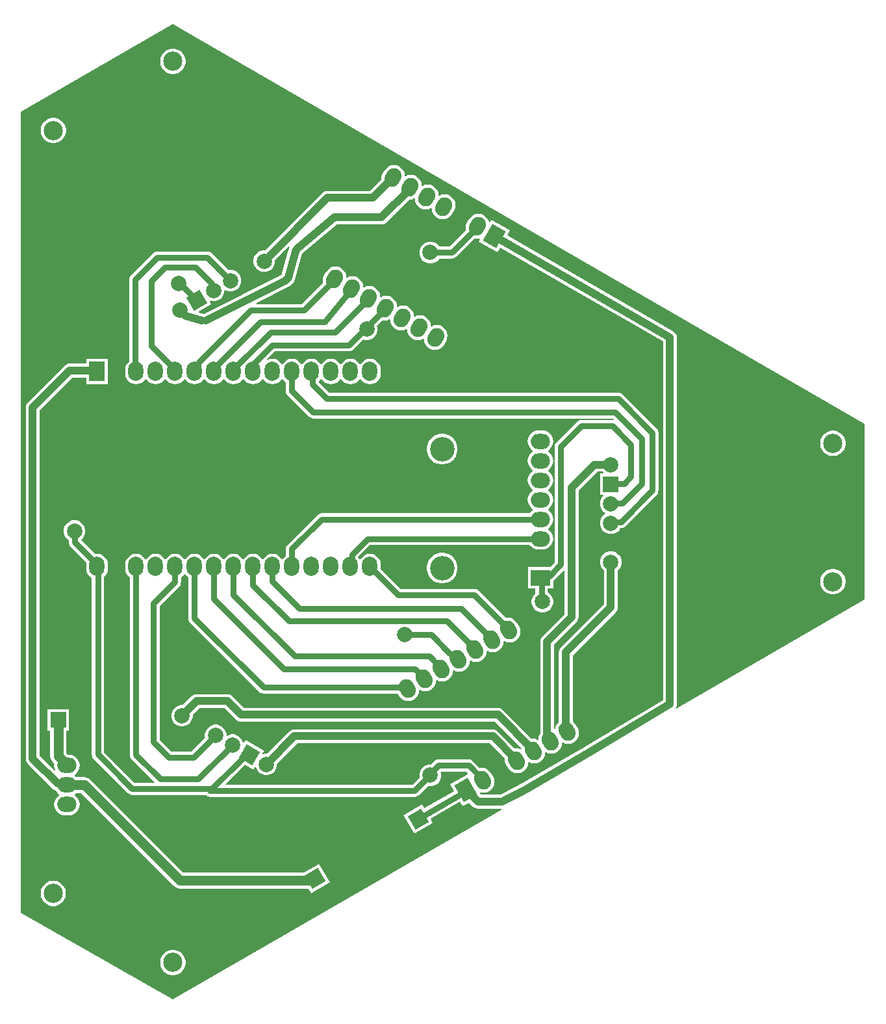
<source format=gbl>
G04*
G04 #@! TF.GenerationSoftware,Altium Limited,Altium Designer,23.10.1 (27)*
G04*
G04 Layer_Physical_Order=2*
G04 Layer_Color=16711680*
%FSLAX24Y24*%
%MOIN*%
G70*
G04*
G04 #@! TF.SameCoordinates,5D8C2957-00C5-4E15-9E5F-65C5349A431B*
G04*
G04*
G04 #@! TF.FilePolarity,Positive*
G04*
G01*
G75*
%ADD10C,0.0300*%
%ADD12C,0.0984*%
%ADD13C,0.0787*%
%ADD14R,0.0787X0.0787*%
%ADD15P,0.1114X4X285.0*%
%ADD16O,0.0984X0.0787*%
%ADD17C,0.1260*%
%ADD18R,0.0984X0.0787*%
%ADD19O,0.0787X0.0984*%
%ADD20R,0.0787X0.0984*%
G04:AMPARAMS|DCode=21|XSize=78.7mil|YSize=98.4mil|CornerRadius=0mil|HoleSize=0mil|Usage=FLASHONLY|Rotation=330.000|XOffset=0mil|YOffset=0mil|HoleType=Round|Shape=Round|*
%AMOVALD21*
21,1,0.0197,0.0787,0.0000,0.0000,60.0*
1,1,0.0787,-0.0049,-0.0085*
1,1,0.0787,0.0049,0.0085*
%
%ADD21OVALD21*%

G04:AMPARAMS|DCode=22|XSize=78.7mil|YSize=98.4mil|CornerRadius=0mil|HoleSize=0mil|Usage=FLASHONLY|Rotation=330.000|XOffset=0mil|YOffset=0mil|HoleType=Round|Shape=Rectangle|*
%AMROTATEDRECTD22*
4,1,4,-0.0587,-0.0229,-0.0095,0.0623,0.0587,0.0229,0.0095,-0.0623,-0.0587,-0.0229,0.0*
%
%ADD22ROTATEDRECTD22*%

%ADD23P,0.1114X4X165.0*%
G04:AMPARAMS|DCode=24|XSize=78.7mil|YSize=98.4mil|CornerRadius=0mil|HoleSize=0mil|Usage=FLASHONLY|Rotation=210.000|XOffset=0mil|YOffset=0mil|HoleType=Round|Shape=Round|*
%AMOVALD24*
21,1,0.0197,0.0787,0.0000,0.0000,300.0*
1,1,0.0787,-0.0049,0.0085*
1,1,0.0787,0.0049,-0.0085*
%
%ADD24OVALD24*%

G04:AMPARAMS|DCode=25|XSize=78.7mil|YSize=98.4mil|CornerRadius=0mil|HoleSize=0mil|Usage=FLASHONLY|Rotation=210.000|XOffset=0mil|YOffset=0mil|HoleType=Round|Shape=Rectangle|*
%AMROTATEDRECTD25*
4,1,4,0.0095,0.0623,0.0587,-0.0229,-0.0095,-0.0623,-0.0587,0.0229,0.0095,0.0623,0.0*
%
%ADD25ROTATEDRECTD25*%

%ADD26C,0.0300*%
%ADD27C,0.0400*%
%ADD28C,0.0500*%
G36*
X45700Y33005D02*
Y24005D01*
X36025Y18418D01*
X36025Y18418D01*
X35991Y18456D01*
X36012Y18483D01*
X36013Y18485D01*
X36015Y18487D01*
X36031Y18529D01*
X36048Y18570D01*
X36049Y18573D01*
X36050Y18575D01*
X36055Y18619D01*
X36061Y18663D01*
Y37448D01*
X36048Y37542D01*
X36012Y37629D01*
X35955Y37703D01*
X35880Y37761D01*
X27339Y42692D01*
X27483Y42942D01*
X26529Y43494D01*
X26452Y43361D01*
X26403Y43371D01*
X26401Y43385D01*
X26346Y43519D01*
X26257Y43634D01*
X26142Y43722D01*
X26008Y43778D01*
X25864Y43797D01*
X25720Y43778D01*
X25586Y43722D01*
X25471Y43634D01*
X25383Y43519D01*
X25284Y43348D01*
X25229Y43214D01*
X25210Y43070D01*
X25224Y42966D01*
X24375Y42117D01*
X23857D01*
X23841Y42146D01*
X23738Y42248D01*
X23613Y42321D01*
X23473Y42358D01*
X23327D01*
X23187Y42321D01*
X23062Y42248D01*
X22959Y42146D01*
X22886Y42020D01*
X22849Y41880D01*
Y41735D01*
X22886Y41595D01*
X22959Y41469D01*
X23062Y41366D01*
X23187Y41294D01*
X23327Y41256D01*
X23473D01*
X23613Y41294D01*
X23738Y41366D01*
X23841Y41469D01*
X23857Y41497D01*
X24503D01*
X24583Y41508D01*
X24614Y41521D01*
X24658Y41539D01*
X24722Y41588D01*
X25662Y42528D01*
X25766Y42514D01*
X25910Y42533D01*
X25922Y42538D01*
X25955Y42501D01*
X25879Y42368D01*
X26834Y41817D01*
X26978Y42068D01*
X35339Y37240D01*
Y18868D01*
X31259Y16437D01*
X28158Y14616D01*
X27003Y14018D01*
X25995D01*
X25945Y14105D01*
X25978Y14142D01*
X25990Y14137D01*
X26134Y14118D01*
X26278Y14137D01*
X26412Y14193D01*
X26527Y14281D01*
X26616Y14396D01*
X26671Y14530D01*
X26690Y14674D01*
X26671Y14818D01*
X26616Y14952D01*
X26517Y15122D01*
X26429Y15238D01*
X26314Y15326D01*
X26180Y15381D01*
X26036Y15400D01*
X25932Y15387D01*
X25592Y15727D01*
X25528Y15776D01*
X25453Y15807D01*
X25373Y15817D01*
X23819D01*
X23739Y15807D01*
X23664Y15776D01*
X23600Y15727D01*
X23432Y15558D01*
X23327D01*
X23187Y15521D01*
X23062Y15448D01*
X22959Y15346D01*
X22886Y15220D01*
X22849Y15080D01*
Y14935D01*
X22857Y14903D01*
X22472Y14517D01*
X12914D01*
X12895Y14564D01*
X13885Y15554D01*
X14318Y15304D01*
X14393Y15434D01*
X14446Y15427D01*
X14468Y15345D01*
X14541Y15219D01*
X14644Y15116D01*
X14769Y15044D01*
X14909Y15006D01*
X15055Y15006D01*
X15195Y15044D01*
X15320Y15116D01*
X15423Y15219D01*
X15496Y15345D01*
X15533Y15485D01*
X15533Y15599D01*
X16581Y16647D01*
X26456D01*
X27217Y15885D01*
X27212Y15844D01*
X27231Y15701D01*
X27286Y15567D01*
X27385Y15396D01*
X27473Y15281D01*
X27588Y15193D01*
X27722Y15137D01*
X27866Y15118D01*
X28010Y15137D01*
X28144Y15193D01*
X28259Y15281D01*
X28348Y15396D01*
X28403Y15530D01*
X28420Y15656D01*
X28429Y15666D01*
X28457Y15682D01*
X28471Y15686D01*
X28588Y15637D01*
X28732Y15618D01*
X28876Y15637D01*
X29010Y15693D01*
X29125Y15781D01*
X29214Y15896D01*
X29269Y16030D01*
X29286Y16156D01*
X29295Y16166D01*
X29323Y16182D01*
X29337Y16186D01*
X29454Y16137D01*
X29598Y16118D01*
X29742Y16137D01*
X29876Y16193D01*
X29991Y16281D01*
X30080Y16396D01*
X30135Y16530D01*
X30152Y16656D01*
X30161Y16666D01*
X30189Y16682D01*
X30203Y16686D01*
X30320Y16637D01*
X30464Y16618D01*
X30608Y16637D01*
X30742Y16693D01*
X30857Y16781D01*
X30946Y16896D01*
X31001Y17030D01*
X31020Y17174D01*
X31001Y17318D01*
X30946Y17452D01*
X30847Y17622D01*
X30759Y17738D01*
X30711Y17775D01*
Y21158D01*
X32922Y23370D01*
X32980Y23444D01*
X33016Y23531D01*
X33028Y23625D01*
Y25516D01*
X33108Y25596D01*
X33181Y25722D01*
X33219Y25862D01*
Y26007D01*
X33181Y26148D01*
X33108Y26273D01*
X33006Y26376D01*
X32880Y26448D01*
X32740Y26486D01*
X32595D01*
X32455Y26448D01*
X32329Y26376D01*
X32226Y26273D01*
X32154Y26148D01*
X32116Y26007D01*
Y25862D01*
X32154Y25722D01*
X32226Y25596D01*
X32307Y25516D01*
Y23774D01*
X30095Y21562D01*
X30038Y21488D01*
X30002Y21401D01*
X29989Y21307D01*
Y17750D01*
X29973Y17738D01*
X29884Y17622D01*
X29829Y17488D01*
X29819Y17410D01*
X29786Y17381D01*
X29763Y17374D01*
X29761Y17376D01*
Y21708D01*
X30905Y22852D01*
X30962Y22927D01*
X30998Y23014D01*
X31011Y23107D01*
Y29608D01*
X31977Y30574D01*
X32248D01*
X32287Y30536D01*
X32266Y30486D01*
X32116D01*
Y29384D01*
X32266D01*
X32287Y29334D01*
X32226Y29273D01*
X32154Y29148D01*
X32116Y29007D01*
Y28862D01*
X32154Y28722D01*
X32226Y28596D01*
X32329Y28494D01*
X32388Y28460D01*
Y28410D01*
X32329Y28376D01*
X32226Y28273D01*
X32154Y28148D01*
X32116Y28007D01*
Y27862D01*
X32154Y27722D01*
X32226Y27596D01*
X32329Y27494D01*
X32455Y27421D01*
X32595Y27384D01*
X32740D01*
X32880Y27421D01*
X33006Y27494D01*
X33108Y27596D01*
X33163Y27691D01*
X33194D01*
X33274Y27702D01*
X33349Y27733D01*
X33413Y27782D01*
X35019Y29388D01*
X35069Y29452D01*
X35100Y29527D01*
X35110Y29607D01*
Y32557D01*
X35100Y32638D01*
X35069Y32712D01*
X35019Y32777D01*
X33269Y34527D01*
X33205Y34576D01*
X33130Y34607D01*
X33050Y34617D01*
X18228D01*
X17684Y35162D01*
X17688Y35212D01*
X17693Y35216D01*
X17770Y35317D01*
X17784Y35321D01*
X17816D01*
X17830Y35317D01*
X17907Y35216D01*
X18022Y35127D01*
X18156Y35072D01*
X18300Y35053D01*
X18444Y35072D01*
X18578Y35127D01*
X18693Y35216D01*
X18770Y35317D01*
X18784Y35321D01*
X18816D01*
X18830Y35317D01*
X18907Y35216D01*
X19022Y35127D01*
X19156Y35072D01*
X19300Y35053D01*
X19444Y35072D01*
X19578Y35127D01*
X19693Y35216D01*
X19770Y35317D01*
X19784Y35321D01*
X19816D01*
X19830Y35317D01*
X19907Y35216D01*
X20022Y35127D01*
X20156Y35072D01*
X20300Y35053D01*
X20444Y35072D01*
X20578Y35127D01*
X20693Y35216D01*
X20781Y35331D01*
X20837Y35465D01*
X20856Y35609D01*
Y35806D01*
X20837Y35950D01*
X20781Y36084D01*
X20693Y36199D01*
X20578Y36287D01*
X20444Y36343D01*
X20300Y36362D01*
X20156Y36343D01*
X20022Y36287D01*
X19907Y36199D01*
X19830Y36098D01*
X19816Y36094D01*
X19784D01*
X19770Y36098D01*
X19693Y36199D01*
X19578Y36287D01*
X19444Y36343D01*
X19300Y36362D01*
X19156Y36343D01*
X19022Y36287D01*
X18907Y36199D01*
X18830Y36098D01*
X18816Y36094D01*
X18784D01*
X18770Y36098D01*
X18693Y36199D01*
X18578Y36287D01*
X18444Y36343D01*
X18300Y36362D01*
X18156Y36343D01*
X18022Y36287D01*
X17907Y36199D01*
X17830Y36098D01*
X17816Y36094D01*
X17784D01*
X17770Y36098D01*
X17693Y36199D01*
X17578Y36287D01*
X17444Y36343D01*
X17300Y36362D01*
X17156Y36343D01*
X17022Y36287D01*
X16907Y36199D01*
X16830Y36098D01*
X16816Y36094D01*
X16784D01*
X16770Y36098D01*
X16693Y36199D01*
X16578Y36287D01*
X16444Y36343D01*
X16300Y36362D01*
X16156Y36343D01*
X16022Y36287D01*
X15907Y36199D01*
X15830Y36098D01*
X15816Y36094D01*
X15784D01*
X15770Y36098D01*
X15693Y36199D01*
X15578Y36287D01*
X15444Y36343D01*
X15300Y36362D01*
X15156Y36343D01*
X15051Y36299D01*
X15023Y36342D01*
X15428Y36747D01*
X19217D01*
X19297Y36758D01*
X19328Y36771D01*
X19372Y36789D01*
X19436Y36838D01*
X19955Y37357D01*
X20067Y37327D01*
X20212D01*
X20352Y37364D01*
X20478Y37437D01*
X20580Y37539D01*
X20653Y37665D01*
X20691Y37805D01*
Y37950D01*
X20661Y38062D01*
X20930Y38332D01*
X21034Y38318D01*
X21178Y38337D01*
X21295Y38386D01*
X21309Y38382D01*
X21337Y38366D01*
X21346Y38356D01*
X21363Y38230D01*
X21418Y38096D01*
X21507Y37981D01*
X21622Y37893D01*
X21756Y37837D01*
X21900Y37818D01*
X22044Y37837D01*
X22161Y37886D01*
X22175Y37882D01*
X22203Y37866D01*
X22212Y37856D01*
X22229Y37730D01*
X22284Y37596D01*
X22373Y37481D01*
X22488Y37393D01*
X22622Y37337D01*
X22766Y37318D01*
X22910Y37337D01*
X23027Y37386D01*
X23041Y37382D01*
X23069Y37366D01*
X23078Y37356D01*
X23095Y37230D01*
X23150Y37096D01*
X23239Y36981D01*
X23354Y36893D01*
X23488Y36837D01*
X23632Y36818D01*
X23776Y36837D01*
X23910Y36893D01*
X24025Y36981D01*
X24113Y37096D01*
X24212Y37267D01*
X24267Y37401D01*
X24286Y37544D01*
X24267Y37688D01*
X24212Y37822D01*
X24123Y37938D01*
X24008Y38026D01*
X23874Y38081D01*
X23730Y38100D01*
X23586Y38081D01*
X23469Y38033D01*
X23455Y38036D01*
X23428Y38052D01*
X23418Y38062D01*
X23401Y38188D01*
X23346Y38322D01*
X23257Y38438D01*
X23142Y38526D01*
X23008Y38581D01*
X22864Y38600D01*
X22720Y38581D01*
X22603Y38533D01*
X22589Y38536D01*
X22561Y38552D01*
X22552Y38562D01*
X22535Y38688D01*
X22480Y38822D01*
X22391Y38938D01*
X22276Y39026D01*
X22142Y39081D01*
X21998Y39100D01*
X21854Y39081D01*
X21737Y39033D01*
X21723Y39036D01*
X21695Y39052D01*
X21686Y39062D01*
X21669Y39188D01*
X21614Y39322D01*
X21525Y39438D01*
X21410Y39526D01*
X21276Y39581D01*
X21132Y39600D01*
X20988Y39581D01*
X20871Y39533D01*
X20857Y39536D01*
X20829Y39552D01*
X20820Y39562D01*
X20803Y39688D01*
X20748Y39822D01*
X20659Y39938D01*
X20544Y40026D01*
X20410Y40081D01*
X20266Y40100D01*
X20122Y40081D01*
X20005Y40033D01*
X19991Y40036D01*
X19963Y40052D01*
X19954Y40062D01*
X19937Y40188D01*
X19882Y40322D01*
X19793Y40438D01*
X19678Y40526D01*
X19544Y40581D01*
X19400Y40600D01*
X19256Y40581D01*
X19139Y40533D01*
X19125Y40536D01*
X19097Y40552D01*
X19088Y40562D01*
X19071Y40688D01*
X19016Y40822D01*
X18927Y40938D01*
X18812Y41026D01*
X18678Y41081D01*
X18534Y41100D01*
X18390Y41081D01*
X18256Y41026D01*
X18141Y40938D01*
X18053Y40822D01*
X17954Y40652D01*
X17899Y40518D01*
X17880Y40374D01*
X17893Y40270D01*
X16791Y39167D01*
X14483D01*
X14471Y39216D01*
X16116Y40048D01*
X16125Y40054D01*
X16134Y40058D01*
X16163Y40081D01*
X16194Y40102D01*
X16201Y40109D01*
X16209Y40115D01*
X16358Y40265D01*
X16386Y40301D01*
X16414Y40337D01*
X16415Y40339D01*
X16416Y40340D01*
X16433Y40382D01*
X16451Y40424D01*
X16486Y40551D01*
X16817Y41752D01*
X16817Y41752D01*
X18630Y43247D01*
X20900D01*
X20993Y43259D01*
X21080Y43295D01*
X21155Y43352D01*
X22319Y44517D01*
X22446Y44533D01*
X22563Y44582D01*
X22577Y44578D01*
X22605Y44562D01*
X22614Y44552D01*
X22631Y44426D01*
X22686Y44292D01*
X22775Y44177D01*
X22890Y44089D01*
X23024Y44033D01*
X23168Y44014D01*
X23312Y44033D01*
X23429Y44082D01*
X23443Y44078D01*
X23471Y44062D01*
X23480Y44052D01*
X23497Y43926D01*
X23552Y43792D01*
X23641Y43677D01*
X23756Y43589D01*
X23890Y43533D01*
X24034Y43514D01*
X24178Y43533D01*
X24312Y43589D01*
X24427Y43677D01*
X24515Y43792D01*
X24614Y43963D01*
X24669Y44097D01*
X24688Y44241D01*
X24669Y44385D01*
X24614Y44519D01*
X24525Y44634D01*
X24410Y44722D01*
X24276Y44778D01*
X24132Y44797D01*
X23988Y44778D01*
X23871Y44729D01*
X23857Y44732D01*
X23829Y44748D01*
X23820Y44759D01*
X23803Y44885D01*
X23748Y45019D01*
X23659Y45134D01*
X23544Y45222D01*
X23410Y45278D01*
X23266Y45297D01*
X23122Y45278D01*
X23005Y45229D01*
X22991Y45232D01*
X22963Y45248D01*
X22954Y45259D01*
X22937Y45385D01*
X22882Y45519D01*
X22793Y45634D01*
X22678Y45722D01*
X22544Y45778D01*
X22400Y45797D01*
X22256Y45778D01*
X22139Y45729D01*
X22125Y45732D01*
X22097Y45748D01*
X22088Y45759D01*
X22071Y45885D01*
X22016Y46019D01*
X21927Y46134D01*
X21812Y46222D01*
X21678Y46278D01*
X21534Y46297D01*
X21390Y46278D01*
X21256Y46222D01*
X21141Y46134D01*
X21053Y46019D01*
X20954Y45848D01*
X20899Y45714D01*
X20880Y45570D01*
X20882Y45550D01*
X20301Y44968D01*
X18113D01*
X18020Y44956D01*
X17933Y44920D01*
X17858Y44862D01*
X14917Y41921D01*
X14803Y41921D01*
X14663Y41884D01*
X14537Y41811D01*
X14435Y41709D01*
X14362Y41583D01*
X14325Y41443D01*
X14325Y41298D01*
X14362Y41157D01*
X14435Y41032D01*
X14537Y40929D01*
X14663Y40857D01*
X14803Y40819D01*
X14948Y40819D01*
X15089Y40857D01*
X15214Y40929D01*
X15317Y41032D01*
X15389Y41157D01*
X15427Y41298D01*
X15427Y41411D01*
X16145Y42130D01*
X16186Y42100D01*
X16154Y42039D01*
X16138Y41988D01*
X16127Y41962D01*
X16127Y41961D01*
X15791Y40743D01*
X15781Y40708D01*
X15739Y40666D01*
X11776Y38661D01*
X11510Y38737D01*
X11504Y38787D01*
X12165Y39168D01*
X12090Y39298D01*
X12123Y39341D01*
X12205Y39319D01*
X12350Y39319D01*
X12491Y39357D01*
X12616Y39429D01*
X12719Y39532D01*
X12791Y39657D01*
X12829Y39798D01*
Y39865D01*
X12872Y39890D01*
X12931Y39857D01*
X13071Y39819D01*
X13216Y39819D01*
X13357Y39857D01*
X13482Y39929D01*
X13585Y40032D01*
X13657Y40157D01*
X13695Y40298D01*
X13695Y40443D01*
X13657Y40583D01*
X13585Y40709D01*
X13482Y40811D01*
X13357Y40884D01*
X13216Y40921D01*
X13071Y40921D01*
X13040Y40913D01*
X12176Y41777D01*
X12112Y41826D01*
X12068Y41844D01*
X12037Y41857D01*
X11957Y41867D01*
X9400D01*
X9320Y41857D01*
X9289Y41844D01*
X9245Y41826D01*
X9181Y41777D01*
X8031Y40627D01*
X7981Y40562D01*
X7950Y40488D01*
X7940Y40407D01*
Y36224D01*
X7907Y36199D01*
X7819Y36084D01*
X7763Y35950D01*
X7744Y35806D01*
Y35609D01*
X7763Y35465D01*
X7819Y35331D01*
X7907Y35216D01*
X8022Y35127D01*
X8156Y35072D01*
X8300Y35053D01*
X8444Y35072D01*
X8578Y35127D01*
X8693Y35216D01*
X8770Y35317D01*
X8784Y35321D01*
X8816D01*
X8830Y35317D01*
X8907Y35216D01*
X9022Y35127D01*
X9156Y35072D01*
X9300Y35053D01*
X9444Y35072D01*
X9578Y35127D01*
X9693Y35216D01*
X9770Y35317D01*
X9784Y35321D01*
X9816D01*
X9830Y35317D01*
X9907Y35216D01*
X10022Y35127D01*
X10156Y35072D01*
X10300Y35053D01*
X10444Y35072D01*
X10578Y35127D01*
X10693Y35216D01*
X10770Y35317D01*
X10784Y35321D01*
X10816D01*
X10830Y35317D01*
X10907Y35216D01*
X11022Y35127D01*
X11156Y35072D01*
X11300Y35053D01*
X11444Y35072D01*
X11578Y35127D01*
X11693Y35216D01*
X11770Y35317D01*
X11784Y35321D01*
X11816D01*
X11830Y35317D01*
X11907Y35216D01*
X12022Y35127D01*
X12156Y35072D01*
X12300Y35053D01*
X12444Y35072D01*
X12578Y35127D01*
X12693Y35216D01*
X12770Y35317D01*
X12784Y35321D01*
X12816D01*
X12830Y35317D01*
X12907Y35216D01*
X13022Y35127D01*
X13156Y35072D01*
X13300Y35053D01*
X13444Y35072D01*
X13578Y35127D01*
X13693Y35216D01*
X13770Y35317D01*
X13784Y35321D01*
X13816D01*
X13830Y35317D01*
X13907Y35216D01*
X14022Y35127D01*
X14156Y35072D01*
X14300Y35053D01*
X14444Y35072D01*
X14578Y35127D01*
X14693Y35216D01*
X14770Y35317D01*
X14784Y35321D01*
X14816D01*
X14830Y35317D01*
X14907Y35216D01*
X15022Y35127D01*
X15156Y35072D01*
X15300Y35053D01*
X15444Y35072D01*
X15578Y35127D01*
X15693Y35216D01*
X15770Y35317D01*
X15784Y35321D01*
X15816D01*
X15830Y35317D01*
X15907Y35216D01*
X15990Y35152D01*
Y34707D01*
X16000Y34627D01*
X16031Y34552D01*
X16081Y34488D01*
X17181Y33388D01*
X17245Y33339D01*
X17320Y33308D01*
X17400Y33297D01*
X32772D01*
X32809Y33260D01*
X32785Y33213D01*
X32750Y33217D01*
X31150D01*
X31070Y33207D01*
X30995Y33176D01*
X30931Y33127D01*
X29881Y32077D01*
X29831Y32012D01*
X29800Y31938D01*
X29790Y31857D01*
Y25936D01*
X29541Y25687D01*
X28403D01*
Y24585D01*
X28791D01*
Y24328D01*
X28709Y24246D01*
X28636Y24120D01*
X28599Y23980D01*
Y23835D01*
X28636Y23695D01*
X28709Y23569D01*
X28812Y23466D01*
X28937Y23394D01*
X29077Y23356D01*
X29223D01*
X29363Y23394D01*
X29488Y23466D01*
X29591Y23569D01*
X29664Y23695D01*
X29701Y23835D01*
Y23980D01*
X29664Y24120D01*
X29591Y24246D01*
X29488Y24348D01*
X29412Y24393D01*
Y24585D01*
X29702D01*
Y24980D01*
X29741Y25010D01*
X30243Y25512D01*
X30289Y25493D01*
Y23257D01*
X29145Y22112D01*
X29088Y22038D01*
X29052Y21951D01*
X29039Y21857D01*
Y17150D01*
X29018Y17122D01*
X28963Y16988D01*
X28946Y16862D01*
X28937Y16852D01*
X28909Y16836D01*
X28895Y16833D01*
X28778Y16881D01*
X28634Y16900D01*
X28593Y16895D01*
X27126Y18362D01*
X27051Y18420D01*
X26964Y18456D01*
X26871Y18468D01*
X13849D01*
X13255Y19062D01*
X13180Y19120D01*
X13093Y19156D01*
X13000Y19168D01*
X11402D01*
X11309Y19156D01*
X11222Y19120D01*
X11147Y19062D01*
X10693Y18608D01*
X10579Y18608D01*
X10439Y18571D01*
X10313Y18498D01*
X10211Y18396D01*
X10138Y18270D01*
X10101Y18130D01*
X10101Y17985D01*
X10138Y17845D01*
X10211Y17719D01*
X10313Y17616D01*
X10439Y17544D01*
X10579Y17506D01*
X10724Y17506D01*
X10865Y17544D01*
X10990Y17616D01*
X11093Y17719D01*
X11166Y17845D01*
X11203Y17985D01*
X11203Y18099D01*
X11551Y18447D01*
X12851D01*
X13445Y17852D01*
X13520Y17795D01*
X13607Y17759D01*
X13700Y17747D01*
X26722D01*
X28070Y16399D01*
X28063Y16365D01*
X28013Y16340D01*
X27912Y16381D01*
X27768Y16400D01*
X27727Y16395D01*
X26860Y17262D01*
X26785Y17320D01*
X26698Y17356D01*
X26605Y17368D01*
X16432D01*
X16339Y17356D01*
X16252Y17320D01*
X16177Y17262D01*
X15023Y16108D01*
X14909Y16108D01*
X14827Y16086D01*
X14794Y16129D01*
X14869Y16259D01*
X13914Y16810D01*
X13839Y16681D01*
X13786Y16688D01*
X13764Y16770D01*
X13691Y16896D01*
X13588Y16998D01*
X13463Y17071D01*
X13323Y17108D01*
X13177Y17108D01*
X13037Y17071D01*
X12978Y17037D01*
X12935Y17062D01*
Y17130D01*
X12898Y17270D01*
X12825Y17396D01*
X12722Y17498D01*
X12597Y17571D01*
X12457Y17608D01*
X12311Y17608D01*
X12171Y17571D01*
X12046Y17498D01*
X11943Y17396D01*
X11870Y17270D01*
X11833Y17130D01*
X11833Y16985D01*
X11841Y16953D01*
X11106Y16217D01*
X10128D01*
X9510Y16836D01*
Y23679D01*
X10519Y24688D01*
X10569Y24752D01*
X10600Y24827D01*
X10610Y24907D01*
Y25152D01*
X10693Y25216D01*
X10770Y25317D01*
X10784Y25321D01*
X10816D01*
X10830Y25317D01*
X10907Y25216D01*
X10990Y25152D01*
Y23057D01*
X11000Y22977D01*
X11031Y22902D01*
X11081Y22838D01*
X14633Y19285D01*
X14698Y19236D01*
X14772Y19205D01*
X14853Y19194D01*
X21728D01*
X21787Y19092D01*
X21875Y18977D01*
X21990Y18889D01*
X22124Y18833D01*
X22268Y18814D01*
X22412Y18833D01*
X22546Y18889D01*
X22661Y18977D01*
X22750Y19092D01*
X22805Y19226D01*
X22822Y19352D01*
X22831Y19362D01*
X22859Y19378D01*
X22873Y19382D01*
X22990Y19333D01*
X23134Y19314D01*
X23278Y19333D01*
X23412Y19389D01*
X23527Y19477D01*
X23616Y19592D01*
X23671Y19726D01*
X23688Y19852D01*
X23697Y19862D01*
X23725Y19878D01*
X23739Y19882D01*
X23856Y19833D01*
X24000Y19814D01*
X24144Y19833D01*
X24278Y19889D01*
X24393Y19977D01*
X24482Y20092D01*
X24537Y20226D01*
X24554Y20352D01*
X24563Y20362D01*
X24591Y20378D01*
X24605Y20382D01*
X24722Y20333D01*
X24866Y20314D01*
X25010Y20333D01*
X25144Y20389D01*
X25259Y20477D01*
X25348Y20592D01*
X25403Y20726D01*
X25420Y20852D01*
X25429Y20862D01*
X25457Y20878D01*
X25471Y20882D01*
X25588Y20833D01*
X25732Y20814D01*
X25876Y20833D01*
X26010Y20889D01*
X26125Y20977D01*
X26214Y21092D01*
X26269Y21226D01*
X26286Y21352D01*
X26295Y21362D01*
X26323Y21378D01*
X26337Y21382D01*
X26454Y21333D01*
X26598Y21314D01*
X26742Y21333D01*
X26876Y21389D01*
X26991Y21477D01*
X27080Y21592D01*
X27135Y21726D01*
X27152Y21852D01*
X27161Y21862D01*
X27189Y21878D01*
X27203Y21882D01*
X27320Y21833D01*
X27464Y21814D01*
X27608Y21833D01*
X27742Y21889D01*
X27857Y21977D01*
X27946Y22092D01*
X28001Y22226D01*
X28020Y22370D01*
X28001Y22514D01*
X27946Y22648D01*
X27847Y22819D01*
X27759Y22934D01*
X27644Y23022D01*
X27510Y23078D01*
X27366Y23097D01*
X27262Y23083D01*
X25868Y24477D01*
X25804Y24526D01*
X25760Y24544D01*
X25729Y24557D01*
X25649Y24567D01*
X21878D01*
X20854Y25592D01*
X20856Y25609D01*
Y25806D01*
X20837Y25950D01*
X20781Y26084D01*
X20693Y26199D01*
X20578Y26287D01*
X20444Y26343D01*
X20300Y26362D01*
X20156Y26343D01*
X20022Y26287D01*
X19907Y26199D01*
X19830Y26098D01*
X19816Y26094D01*
X19784D01*
X19770Y26098D01*
X19693Y26199D01*
X19692Y26211D01*
X20307Y26826D01*
X28498D01*
X28561Y26743D01*
X28676Y26654D01*
X28810Y26599D01*
X28954Y26580D01*
X29151D01*
X29295Y26599D01*
X29429Y26654D01*
X29544Y26743D01*
X29633Y26858D01*
X29688Y26992D01*
X29707Y27136D01*
X29688Y27280D01*
X29633Y27414D01*
X29544Y27529D01*
X29444Y27606D01*
X29440Y27620D01*
Y27652D01*
X29444Y27665D01*
X29544Y27743D01*
X29633Y27858D01*
X29688Y27992D01*
X29707Y28136D01*
X29688Y28280D01*
X29633Y28414D01*
X29544Y28529D01*
X29444Y28606D01*
X29440Y28620D01*
Y28652D01*
X29444Y28665D01*
X29544Y28743D01*
X29633Y28858D01*
X29688Y28992D01*
X29707Y29136D01*
X29688Y29280D01*
X29633Y29414D01*
X29544Y29529D01*
X29444Y29606D01*
X29440Y29620D01*
Y29652D01*
X29444Y29665D01*
X29544Y29743D01*
X29633Y29858D01*
X29688Y29992D01*
X29707Y30136D01*
X29688Y30280D01*
X29633Y30414D01*
X29544Y30529D01*
X29444Y30606D01*
X29440Y30620D01*
Y30652D01*
X29444Y30665D01*
X29544Y30743D01*
X29633Y30858D01*
X29688Y30992D01*
X29707Y31136D01*
X29688Y31280D01*
X29633Y31414D01*
X29544Y31529D01*
X29444Y31606D01*
X29440Y31620D01*
Y31652D01*
X29444Y31665D01*
X29544Y31743D01*
X29633Y31858D01*
X29688Y31992D01*
X29707Y32136D01*
X29688Y32280D01*
X29633Y32414D01*
X29544Y32529D01*
X29429Y32617D01*
X29295Y32673D01*
X29151Y32692D01*
X28954D01*
X28810Y32673D01*
X28676Y32617D01*
X28561Y32529D01*
X28473Y32414D01*
X28417Y32280D01*
X28398Y32136D01*
X28417Y31992D01*
X28473Y31858D01*
X28561Y31743D01*
X28662Y31665D01*
X28666Y31652D01*
Y31620D01*
X28662Y31606D01*
X28561Y31529D01*
X28473Y31414D01*
X28417Y31280D01*
X28398Y31136D01*
X28417Y30992D01*
X28473Y30858D01*
X28561Y30743D01*
X28662Y30665D01*
X28666Y30652D01*
Y30620D01*
X28662Y30606D01*
X28561Y30529D01*
X28473Y30414D01*
X28417Y30280D01*
X28398Y30136D01*
X28417Y29992D01*
X28473Y29858D01*
X28561Y29743D01*
X28662Y29665D01*
X28666Y29652D01*
Y29620D01*
X28662Y29606D01*
X28561Y29529D01*
X28473Y29414D01*
X28417Y29280D01*
X28398Y29136D01*
X28417Y28992D01*
X28473Y28858D01*
X28561Y28743D01*
X28662Y28665D01*
X28666Y28652D01*
Y28620D01*
X28662Y28606D01*
X28561Y28529D01*
X28498Y28446D01*
X17829D01*
X17748Y28435D01*
X17673Y28404D01*
X17609Y28355D01*
X16081Y26827D01*
X16031Y26762D01*
X16000Y26688D01*
X15990Y26607D01*
Y26263D01*
X15907Y26199D01*
X15830Y26098D01*
X15816Y26094D01*
X15784D01*
X15770Y26098D01*
X15693Y26199D01*
X15578Y26287D01*
X15444Y26343D01*
X15300Y26362D01*
X15156Y26343D01*
X15022Y26287D01*
X14907Y26199D01*
X14830Y26098D01*
X14816Y26094D01*
X14784D01*
X14770Y26098D01*
X14693Y26199D01*
X14578Y26287D01*
X14444Y26343D01*
X14300Y26362D01*
X14156Y26343D01*
X14022Y26287D01*
X13907Y26199D01*
X13830Y26098D01*
X13816Y26094D01*
X13784D01*
X13770Y26098D01*
X13693Y26199D01*
X13578Y26287D01*
X13444Y26343D01*
X13300Y26362D01*
X13156Y26343D01*
X13022Y26287D01*
X12907Y26199D01*
X12830Y26098D01*
X12816Y26094D01*
X12784D01*
X12770Y26098D01*
X12693Y26199D01*
X12578Y26287D01*
X12444Y26343D01*
X12300Y26362D01*
X12156Y26343D01*
X12022Y26287D01*
X11907Y26199D01*
X11830Y26098D01*
X11816Y26094D01*
X11784D01*
X11770Y26098D01*
X11693Y26199D01*
X11578Y26287D01*
X11444Y26343D01*
X11300Y26362D01*
X11156Y26343D01*
X11022Y26287D01*
X10907Y26199D01*
X10830Y26098D01*
X10816Y26094D01*
X10784D01*
X10770Y26098D01*
X10693Y26199D01*
X10578Y26287D01*
X10444Y26343D01*
X10300Y26362D01*
X10156Y26343D01*
X10022Y26287D01*
X9907Y26199D01*
X9830Y26098D01*
X9816Y26094D01*
X9784D01*
X9770Y26098D01*
X9693Y26199D01*
X9578Y26287D01*
X9444Y26343D01*
X9300Y26362D01*
X9156Y26343D01*
X9022Y26287D01*
X8907Y26199D01*
X8830Y26098D01*
X8816Y26094D01*
X8784D01*
X8770Y26098D01*
X8693Y26199D01*
X8578Y26287D01*
X8444Y26343D01*
X8300Y26362D01*
X8156Y26343D01*
X8022Y26287D01*
X7907Y26199D01*
X7819Y26084D01*
X7763Y25950D01*
X7744Y25806D01*
Y25609D01*
X7763Y25465D01*
X7819Y25331D01*
X7907Y25216D01*
X7990Y25152D01*
Y16057D01*
X8000Y15977D01*
X8031Y15902D01*
X8081Y15838D01*
X9255Y14664D01*
X9236Y14617D01*
X8228D01*
X6646Y16200D01*
Y25179D01*
X6693Y25216D01*
X6781Y25331D01*
X6837Y25465D01*
X6856Y25609D01*
Y25806D01*
X6837Y25950D01*
X6781Y26084D01*
X6693Y26199D01*
X6578Y26287D01*
X6444Y26343D01*
X6300Y26362D01*
X6196Y26348D01*
X5502Y27043D01*
X5499Y27048D01*
X5503Y27112D01*
X5580Y27189D01*
X5653Y27315D01*
X5691Y27455D01*
Y27600D01*
X5653Y27741D01*
X5580Y27866D01*
X5478Y27969D01*
X5352Y28041D01*
X5212Y28079D01*
X5067D01*
X4927Y28041D01*
X4801Y27969D01*
X4698Y27866D01*
X4626Y27741D01*
X4588Y27600D01*
Y27455D01*
X4626Y27315D01*
X4698Y27189D01*
X4801Y27087D01*
X4845Y27061D01*
Y26951D01*
X4856Y26870D01*
X4869Y26839D01*
X4887Y26795D01*
X4936Y26731D01*
X5758Y25909D01*
X5744Y25806D01*
Y25609D01*
X5763Y25465D01*
X5819Y25331D01*
X5907Y25216D01*
X6022Y25127D01*
X6025Y25126D01*
Y16072D01*
X6036Y15992D01*
X6049Y15961D01*
X6067Y15917D01*
X6116Y15853D01*
X7881Y14088D01*
X7945Y14039D01*
X8020Y14008D01*
X8100Y13997D01*
X11874D01*
X11881Y13988D01*
X11945Y13939D01*
X11989Y13921D01*
X12020Y13908D01*
X12100Y13897D01*
X22600D01*
X22680Y13908D01*
X22755Y13939D01*
X22819Y13988D01*
X23296Y14465D01*
X23327Y14456D01*
X23473D01*
X23613Y14494D01*
X23738Y14566D01*
X23841Y14669D01*
X23914Y14795D01*
X23951Y14935D01*
Y15080D01*
X23931Y15154D01*
X23967Y15197D01*
X25244D01*
X25325Y15116D01*
X25319Y15067D01*
X24417Y14546D01*
X24621Y14193D01*
X23097Y13313D01*
X22979Y13516D01*
X22025Y12965D01*
X22576Y12010D01*
X23530Y12562D01*
X23407Y12776D01*
X24931Y13656D01*
X25066Y13421D01*
X25383Y13604D01*
X25585Y13402D01*
X25660Y13345D01*
X25747Y13309D01*
X25840Y13297D01*
X27057D01*
X27071Y13247D01*
X10200Y3505D01*
X2400Y7955D01*
Y49007D01*
X10200Y53505D01*
X45700Y33005D01*
D02*
G37*
%LPC*%
G36*
X10253Y52259D02*
X10125D01*
X9999Y52234D01*
X9881Y52185D01*
X9774Y52114D01*
X9684Y52023D01*
X9613Y51917D01*
X9564Y51799D01*
X9539Y51673D01*
Y51545D01*
X9564Y51420D01*
X9613Y51302D01*
X9684Y51195D01*
X9774Y51105D01*
X9881Y51034D01*
X9999Y50985D01*
X10125Y50960D01*
X10253D01*
X10378Y50985D01*
X10496Y51034D01*
X10603Y51105D01*
X10693Y51195D01*
X10764Y51302D01*
X10813Y51420D01*
X10838Y51545D01*
Y51673D01*
X10813Y51799D01*
X10764Y51917D01*
X10693Y52023D01*
X10603Y52114D01*
X10496Y52185D01*
X10378Y52234D01*
X10253Y52259D01*
D02*
G37*
G36*
X4116Y48716D02*
X3988D01*
X3862Y48691D01*
X3744Y48642D01*
X3637Y48571D01*
X3547Y48480D01*
X3476Y48374D01*
X3427Y48255D01*
X3402Y48130D01*
Y48002D01*
X3427Y47876D01*
X3476Y47758D01*
X3547Y47652D01*
X3637Y47561D01*
X3744Y47490D01*
X3862Y47441D01*
X3988Y47416D01*
X4116D01*
X4241Y47441D01*
X4359Y47490D01*
X4466Y47561D01*
X4556Y47652D01*
X4627Y47758D01*
X4676Y47876D01*
X4701Y48002D01*
Y48130D01*
X4676Y48255D01*
X4627Y48374D01*
X4556Y48480D01*
X4466Y48571D01*
X4359Y48642D01*
X4241Y48691D01*
X4116Y48716D01*
D02*
G37*
G36*
X6851Y36357D02*
X5749D01*
Y36118D01*
X4900D01*
X4807Y36106D01*
X4720Y36070D01*
X4645Y36012D01*
X2745Y34112D01*
X2688Y34038D01*
X2652Y33951D01*
X2639Y33857D01*
Y15857D01*
X2652Y15764D01*
X2688Y15677D01*
X2745Y15602D01*
X4021Y14326D01*
X4096Y14269D01*
X4166Y14240D01*
X4170Y14229D01*
X4258Y14114D01*
X4359Y14037D01*
X4363Y14023D01*
Y13991D01*
X4359Y13978D01*
X4258Y13900D01*
X4170Y13785D01*
X4115Y13651D01*
X4096Y13507D01*
X4115Y13363D01*
X4170Y13229D01*
X4258Y13114D01*
X4374Y13026D01*
X4508Y12970D01*
X4652Y12951D01*
X4848D01*
X4992Y12970D01*
X5126Y13026D01*
X5242Y13114D01*
X5330Y13229D01*
X5385Y13363D01*
X5404Y13507D01*
X5385Y13651D01*
X5330Y13785D01*
X5242Y13900D01*
X5141Y13978D01*
X5137Y13991D01*
Y14023D01*
X5141Y14037D01*
X5218Y14096D01*
X5480D01*
X10259Y9317D01*
X10345Y9251D01*
X10444Y9210D01*
X10550Y9196D01*
X17141D01*
X17153Y9198D01*
X17291Y8959D01*
X18246Y9510D01*
X17694Y10465D01*
X16920Y10018D01*
X10720D01*
X5941Y14798D01*
X5856Y14863D01*
X5756Y14904D01*
X5650Y14918D01*
X5218D01*
X5141Y14978D01*
X5137Y14991D01*
Y15023D01*
X5141Y15037D01*
X5242Y15114D01*
X5330Y15229D01*
X5385Y15363D01*
X5404Y15507D01*
X5385Y15651D01*
X5330Y15785D01*
X5242Y15900D01*
X5126Y15989D01*
X4992Y16044D01*
X4848Y16063D01*
X4809D01*
X4712Y16160D01*
Y17295D01*
X4852D01*
Y18397D01*
X3750D01*
Y17295D01*
X3890D01*
Y15990D01*
X3904Y15883D01*
X3945Y15784D01*
X4011Y15699D01*
X4108Y15602D01*
X4096Y15507D01*
X4115Y15363D01*
X4143Y15295D01*
X4101Y15267D01*
X3361Y16007D01*
Y33708D01*
X5049Y35397D01*
X5749D01*
Y35058D01*
X6851D01*
Y36357D01*
D02*
G37*
G36*
X44122Y32675D02*
X43994D01*
X43868Y32650D01*
X43750Y32601D01*
X43644Y32530D01*
X43553Y32439D01*
X43482Y32333D01*
X43433Y32215D01*
X43408Y32089D01*
Y31961D01*
X43433Y31836D01*
X43482Y31717D01*
X43553Y31611D01*
X43644Y31520D01*
X43750Y31449D01*
X43868Y31400D01*
X43994Y31375D01*
X44122D01*
X44247Y31400D01*
X44366Y31449D01*
X44472Y31520D01*
X44562Y31611D01*
X44634Y31717D01*
X44683Y31836D01*
X44707Y31961D01*
Y32089D01*
X44683Y32215D01*
X44634Y32333D01*
X44562Y32439D01*
X44472Y32530D01*
X44366Y32601D01*
X44247Y32650D01*
X44122Y32675D01*
D02*
G37*
G36*
X24080Y32523D02*
X23925D01*
X23773Y32493D01*
X23630Y32434D01*
X23501Y32347D01*
X23391Y32238D01*
X23305Y32109D01*
X23246Y31966D01*
X23215Y31813D01*
Y31658D01*
X23246Y31506D01*
X23305Y31363D01*
X23391Y31234D01*
X23501Y31124D01*
X23630Y31038D01*
X23773Y30979D01*
X23925Y30948D01*
X24080D01*
X24232Y30979D01*
X24376Y31038D01*
X24505Y31124D01*
X24614Y31234D01*
X24701Y31363D01*
X24760Y31506D01*
X24790Y31658D01*
Y31813D01*
X24760Y31966D01*
X24701Y32109D01*
X24614Y32238D01*
X24505Y32347D01*
X24376Y32434D01*
X24232Y32493D01*
X24080Y32523D01*
D02*
G37*
G36*
Y26423D02*
X23925D01*
X23773Y26393D01*
X23630Y26334D01*
X23501Y26247D01*
X23391Y26138D01*
X23305Y26009D01*
X23246Y25866D01*
X23215Y25713D01*
Y25558D01*
X23246Y25406D01*
X23305Y25263D01*
X23391Y25134D01*
X23501Y25024D01*
X23630Y24938D01*
X23773Y24879D01*
X23925Y24848D01*
X24080D01*
X24232Y24879D01*
X24376Y24938D01*
X24505Y25024D01*
X24614Y25134D01*
X24701Y25263D01*
X24760Y25406D01*
X24790Y25558D01*
Y25713D01*
X24760Y25866D01*
X24701Y26009D01*
X24614Y26138D01*
X24505Y26247D01*
X24376Y26334D01*
X24232Y26393D01*
X24080Y26423D01*
D02*
G37*
G36*
X44122Y25588D02*
X43994D01*
X43868Y25563D01*
X43750Y25514D01*
X43644Y25443D01*
X43553Y25353D01*
X43482Y25246D01*
X43433Y25128D01*
X43408Y25002D01*
Y24874D01*
X43433Y24749D01*
X43482Y24631D01*
X43553Y24524D01*
X43644Y24434D01*
X43750Y24363D01*
X43868Y24314D01*
X43994Y24289D01*
X44122D01*
X44247Y24314D01*
X44366Y24363D01*
X44472Y24434D01*
X44562Y24524D01*
X44634Y24631D01*
X44683Y24749D01*
X44707Y24874D01*
Y25002D01*
X44683Y25128D01*
X44634Y25246D01*
X44562Y25353D01*
X44472Y25443D01*
X44366Y25514D01*
X44247Y25563D01*
X44122Y25588D01*
D02*
G37*
G36*
X4115Y9601D02*
X3987D01*
X3861Y9576D01*
X3743Y9527D01*
X3637Y9456D01*
X3546Y9366D01*
X3475Y9260D01*
X3426Y9141D01*
X3401Y9016D01*
Y8888D01*
X3426Y8762D01*
X3475Y8644D01*
X3546Y8538D01*
X3637Y8447D01*
X3743Y8376D01*
X3861Y8327D01*
X3987Y8302D01*
X4115D01*
X4240Y8327D01*
X4358Y8376D01*
X4465Y8447D01*
X4555Y8538D01*
X4626Y8644D01*
X4675Y8762D01*
X4700Y8888D01*
Y9016D01*
X4675Y9141D01*
X4626Y9260D01*
X4555Y9366D01*
X4465Y9456D01*
X4358Y9527D01*
X4240Y9576D01*
X4115Y9601D01*
D02*
G37*
G36*
X10252Y6058D02*
X10124D01*
X9999Y6033D01*
X9880Y5984D01*
X9774Y5913D01*
X9684Y5823D01*
X9613Y5716D01*
X9564Y5598D01*
X9539Y5472D01*
Y5345D01*
X9564Y5219D01*
X9613Y5101D01*
X9684Y4994D01*
X9774Y4904D01*
X9880Y4833D01*
X9999Y4784D01*
X10124Y4759D01*
X10252D01*
X10378Y4784D01*
X10496Y4833D01*
X10602Y4904D01*
X10693Y4994D01*
X10764Y5101D01*
X10813Y5219D01*
X10838Y5345D01*
Y5472D01*
X10813Y5598D01*
X10764Y5716D01*
X10693Y5823D01*
X10602Y5913D01*
X10496Y5984D01*
X10378Y6033D01*
X10252Y6058D01*
D02*
G37*
%LPD*%
D10*
X11700Y38307D02*
G03*
X11894Y38317I87J222D01*
G01*
X32734Y28001D02*
X33194D01*
X34800Y29607D01*
X32667Y27935D02*
X32734Y28001D01*
X32667Y28935D02*
X32684Y28951D01*
X33244D01*
X34257Y29965D01*
X33700Y30312D02*
Y31957D01*
X32667Y29935D02*
X32680Y29948D01*
X33335D02*
X33700Y30312D01*
X32680Y29948D02*
X33335D01*
X34257Y29965D02*
Y32250D01*
X34800Y29607D02*
Y32557D01*
X10300Y24907D02*
Y25707D01*
X9200Y16707D02*
Y23807D01*
X10300Y24907D01*
X4750Y15507D02*
Y15541D01*
X6335Y16072D02*
X8100Y14307D01*
X12200D01*
X14010Y40870D02*
Y42067D01*
X18049Y46106D01*
X20570D02*
X20619Y46155D01*
X18049Y46106D02*
X20570D01*
X24949Y43619D02*
Y43655D01*
X23987Y42657D02*
X24949Y43619D01*
X19281Y42657D02*
X23987D01*
X17619Y40959D02*
Y40995D01*
X19281Y42657D01*
X23400Y41807D02*
X24503D01*
X27499Y14807D02*
X28122D01*
X31281Y16683D02*
X31281Y16808D01*
X28122Y14807D02*
X31165Y16568D01*
X31281Y16808D02*
Y17759D01*
X31165Y16568D02*
X31281Y16683D01*
X26951Y15259D02*
X27047D01*
X27499Y14807D01*
X31281Y17759D02*
Y17759D01*
X34050Y20528D01*
Y25552D01*
X32667Y26935D02*
X34050Y25552D01*
X28281Y22955D02*
Y22991D01*
X27356Y23916D02*
X28281Y22991D01*
X27356Y23916D02*
Y24215D01*
X26414Y25157D02*
X27356Y24215D01*
X27393Y26136D02*
X29053D01*
X26414Y25157D02*
X27393Y26136D01*
X22100Y22207D02*
X23450D01*
X14300Y24757D02*
X16149Y22908D01*
X23450Y22207D02*
X24396Y21262D01*
X24266Y22908D02*
X25683Y21491D01*
X16149Y22908D02*
X24266D01*
X20905Y16005D02*
X20907Y16002D01*
X19617Y16005D02*
X20905D01*
X19614Y16007D02*
X19617Y16005D01*
X20907Y16002D02*
X24995D01*
X25200Y16207D01*
X26951Y15259D02*
Y15295D01*
X26039Y16207D02*
X26951Y15295D01*
X25200Y16207D02*
X26039D01*
X23819Y15507D02*
X25373D01*
X26085Y14759D02*
Y14795D01*
X25373Y15507D02*
X26085Y14795D01*
X23400Y15088D02*
X23819Y15507D01*
X23400Y15007D02*
Y15088D01*
X12100Y14207D02*
X22600D01*
X23400Y15007D01*
X15570Y13004D02*
X15623Y12951D01*
X14303Y13004D02*
X15570D01*
X14250Y13057D02*
X14303Y13004D01*
X7300Y35707D02*
Y40157D01*
X5350Y20357D02*
X5400Y20407D01*
X5350Y18007D02*
Y20357D01*
X3900Y26557D02*
X5400Y25057D01*
Y20407D02*
Y25057D01*
X5300Y17957D02*
X5350Y18007D01*
X10868Y16907D02*
X11518Y17557D01*
X10250Y16907D02*
X10868D01*
X8300Y16057D02*
Y25707D01*
X9550Y14807D02*
X11500D01*
X8300Y16057D02*
X9550Y14807D01*
X11500D02*
X13250Y16557D01*
X11234Y15907D02*
X12384Y17057D01*
X9200Y16707D02*
X10000Y15907D01*
X11234D01*
X7300Y25707D02*
Y34007D01*
Y35707D01*
X3900Y30607D02*
X7300Y34007D01*
X3900Y26557D02*
Y30607D01*
X17570Y40874D02*
X17619Y40959D01*
X16844Y39987D02*
X17570Y40874D01*
X10546Y38870D02*
X10565Y38788D01*
X10626Y38727D01*
X10626Y38727D02*
X10650Y38703D01*
X16919Y38857D02*
X18485Y40423D01*
Y40459D01*
X14200Y38857D02*
X16919D01*
X10500Y40282D02*
X11412Y39370D01*
X7300Y40157D02*
X9250Y42107D01*
X12773D02*
X14010Y40870D01*
X9250Y42107D02*
X12773D01*
X9400Y41557D02*
X11957D01*
X13144Y40370D01*
X8250Y40407D02*
X9400Y41557D01*
X9100Y40357D02*
X9800Y41057D01*
X11350D02*
X12185Y40223D01*
X9800Y41057D02*
X11350D01*
X24721Y20955D02*
X24817D01*
X24415Y21262D02*
X24721Y20955D01*
X24396Y21262D02*
X24415D01*
X19217Y37057D02*
X21083Y38923D01*
X13300Y24257D02*
X16450Y21107D01*
X23335D02*
X23951Y20491D01*
X16450Y21107D02*
X23335D01*
X12300Y24057D02*
X15900Y20457D01*
X23085Y19955D02*
Y19989D01*
X22616Y20457D02*
X23085Y19989D01*
X15900Y20457D02*
X22616D01*
X24983Y23557D02*
X26549Y21991D01*
X15300Y24957D02*
X16700Y23557D01*
X24983D01*
X25649Y24257D02*
X27415Y22491D01*
X20300Y25707D02*
X21750Y24257D01*
X25649D01*
X25815Y43119D02*
Y43155D01*
X24503Y41807D02*
X25815Y43119D01*
X5155Y26951D02*
X6300Y25806D01*
X5139Y27528D02*
X5155Y27512D01*
Y26951D02*
Y27512D01*
X6300Y25707D02*
Y25806D01*
X29053Y25136D02*
X29101Y25087D01*
Y23956D02*
Y25087D01*
Y23956D02*
X29150Y23907D01*
X12100Y14207D02*
X13736Y15844D01*
X13984Y16057D02*
X14116D01*
X13771Y15844D02*
X13984Y16057D01*
X13736Y15844D02*
X13771D01*
X6300Y25707D02*
X6335Y25672D01*
Y16072D02*
Y25672D01*
X14250Y35657D02*
X14300Y35707D01*
X12185Y39963D02*
X12278Y39870D01*
X12185Y39963D02*
Y40223D01*
X9100Y37006D02*
Y40357D01*
X8250Y35607D02*
Y40407D01*
X25042Y14078D02*
X25219Y14259D01*
X22985Y12891D02*
X25042Y14078D01*
X22777Y12763D02*
X22985Y12891D01*
X12300Y24057D02*
Y25707D01*
X11300Y23057D02*
Y25707D01*
X14853Y19505D02*
X22170D01*
X11300Y23057D02*
X14853Y19505D01*
X22170D02*
X22219Y19455D01*
X13300Y24257D02*
Y25707D01*
X23951Y20455D02*
Y20491D01*
X14300Y24757D02*
Y25707D01*
X15300Y24957D02*
Y25707D01*
X25683Y21455D02*
Y21491D01*
X26549Y21955D02*
Y21991D01*
X27415Y22455D02*
Y22491D01*
X11300Y35938D02*
X11521Y36158D01*
Y36178D02*
X14200Y38857D01*
X11521Y36158D02*
Y36178D01*
X11300Y35707D02*
Y35938D01*
X17983Y38257D02*
X19302Y39874D01*
X12300Y35857D02*
X14700Y38257D01*
X17983D01*
X10300Y35707D02*
Y35806D01*
X9100Y37006D02*
X10300Y35806D01*
X16300Y26607D02*
X17829Y28136D01*
X16300Y25707D02*
Y26607D01*
X17829Y28136D02*
X29053D01*
X20179Y27136D02*
X29053D01*
X19300Y25707D02*
X19371Y25778D01*
Y26328D01*
X20179Y27136D01*
X30100Y25807D02*
Y31857D01*
X29146Y25229D02*
X29522D01*
X29053Y25136D02*
X29146Y25229D01*
X29522D02*
X30100Y25807D01*
Y31857D02*
X31150Y32907D01*
X32750D01*
X33700Y31957D01*
X18501Y37707D02*
X20217Y39423D01*
X13300Y35806D02*
X15202Y37707D01*
X18501D01*
X14393Y36151D02*
X15300Y37057D01*
X19217D01*
X12300Y35707D02*
Y35857D01*
X13300Y35707D02*
Y35806D01*
X19302Y39874D02*
X19351Y39959D01*
X20217Y39423D02*
Y39459D01*
X14300Y35707D02*
X14393Y35801D01*
Y36151D01*
X21083Y38923D02*
Y38959D01*
X17300Y35707D02*
X17346Y35662D01*
Y35062D02*
Y35662D01*
Y35062D02*
X18100Y34307D01*
X33050D01*
X34800Y32557D01*
X16300Y34707D02*
Y35707D01*
X17400Y33607D02*
X32900D01*
X16300Y34707D02*
X17400Y33607D01*
X32900D02*
X34257Y32250D01*
D12*
X44058Y24938D02*
D03*
Y32025D02*
D03*
X10188Y5408D02*
D03*
X4051Y8952D02*
D03*
X10189Y51609D02*
D03*
X4052Y48066D02*
D03*
D13*
X32667Y30935D02*
D03*
Y28935D02*
D03*
Y27935D02*
D03*
Y26935D02*
D03*
Y25935D02*
D03*
X14982Y15557D02*
D03*
X13250Y16557D02*
D03*
X12384Y17057D02*
D03*
X11518Y17557D02*
D03*
X10652Y18057D02*
D03*
X5285Y17846D02*
D03*
X20907Y16002D02*
D03*
X15623Y12951D02*
D03*
X10546Y38870D02*
D03*
X12278Y39870D02*
D03*
X13144Y40370D02*
D03*
X14010Y40870D02*
D03*
X14876Y41370D02*
D03*
X23400Y41807D02*
D03*
X26414Y25157D02*
D03*
X22100Y22207D02*
D03*
X19614Y16007D02*
D03*
X23400Y15007D02*
D03*
X14250Y13057D02*
D03*
X5400Y20407D02*
D03*
X10250Y16907D02*
D03*
X7294Y36937D02*
D03*
X16844Y39987D02*
D03*
X20139Y37878D02*
D03*
X5139Y27528D02*
D03*
X10489Y40228D02*
D03*
X29150Y23907D02*
D03*
D14*
X32667Y29935D02*
D03*
X4301Y17846D02*
D03*
D15*
X14116Y16057D02*
D03*
D16*
X4750Y13507D02*
D03*
Y14507D02*
D03*
Y15507D02*
D03*
X29053Y32136D02*
D03*
Y31136D02*
D03*
Y30136D02*
D03*
Y29136D02*
D03*
Y28136D02*
D03*
Y27136D02*
D03*
Y26136D02*
D03*
D17*
X24003Y31736D02*
D03*
Y25636D02*
D03*
D18*
X29053Y25136D02*
D03*
D19*
X17300Y25707D02*
D03*
X14300D02*
D03*
X15300D02*
D03*
X16300D02*
D03*
X13300D02*
D03*
X12300D02*
D03*
X9300D02*
D03*
X8300D02*
D03*
X7300D02*
D03*
X6300D02*
D03*
X20300D02*
D03*
X18300D02*
D03*
X10300D02*
D03*
X11300D02*
D03*
X19300D02*
D03*
X12300Y35707D02*
D03*
X10300D02*
D03*
X11300D02*
D03*
X13300D02*
D03*
X14300D02*
D03*
X15300D02*
D03*
X16300D02*
D03*
X17300D02*
D03*
X18300D02*
D03*
X19300D02*
D03*
X20300D02*
D03*
X8300D02*
D03*
X9300D02*
D03*
X7300D02*
D03*
D20*
X6300D02*
D03*
D21*
X20619Y46155D02*
D03*
X21485Y45655D02*
D03*
X22351Y45155D02*
D03*
X23217Y44655D02*
D03*
X24083Y44155D02*
D03*
X24949Y43655D02*
D03*
X25815Y43155D02*
D03*
X23681Y37459D02*
D03*
X22815Y37959D02*
D03*
X21949Y38459D02*
D03*
X21083Y38959D02*
D03*
X20217Y39459D02*
D03*
X19351Y39959D02*
D03*
X18485Y40459D02*
D03*
X17619Y40959D02*
D03*
D22*
X26681Y42655D02*
D03*
D23*
X22777Y12763D02*
D03*
X17493Y9712D02*
D03*
X11412Y39370D02*
D03*
D24*
X31281Y17759D02*
D03*
X30415Y17259D02*
D03*
X29549Y16759D02*
D03*
X28683Y16259D02*
D03*
X27817Y15759D02*
D03*
X26951Y15259D02*
D03*
X26085Y14759D02*
D03*
X22219Y19455D02*
D03*
X23085Y19955D02*
D03*
X23951Y20455D02*
D03*
X24817Y20955D02*
D03*
X25683Y21455D02*
D03*
X26549Y21955D02*
D03*
X27415Y22455D02*
D03*
X28281Y22955D02*
D03*
D25*
X25219Y14259D02*
D03*
D26*
X10626Y38727D02*
D03*
D27*
X16574Y42018D02*
G03*
X16475Y41867I190J-232D01*
G01*
X10863Y38549D02*
X11700Y38307D01*
X10546Y38870D02*
X10548Y38864D01*
X10863Y38549D01*
X26849Y42559D02*
X35700Y37448D01*
X31443Y16127D02*
X35700Y18663D01*
Y37448D01*
X27091Y13657D02*
X28332Y14300D01*
X25840Y13657D02*
X27091D01*
X28332Y14300D02*
X31443Y16127D01*
X16139Y40647D02*
X16475Y41866D01*
X15954Y40370D02*
X16104Y40520D01*
X11894Y38317D02*
X15954Y40370D01*
X16104Y40520D02*
X16139Y40647D01*
X13000Y18807D02*
X13700Y18107D01*
X26871D02*
X28683Y16295D01*
X13700Y18107D02*
X26871D01*
X14982Y15557D02*
X16432Y17007D01*
X26605D02*
X27817Y15795D01*
X16432Y17007D02*
X26605D01*
X10652Y18057D02*
X11402Y18807D01*
X13000D01*
X16475Y41866D02*
X16475Y41867D01*
X16574Y42018D02*
X18500Y43607D01*
X20900D01*
X31828Y30935D02*
X32667D01*
X30650Y29757D02*
X31828Y30935D01*
X26681Y42655D02*
X26849Y42559D01*
X25238Y14259D02*
X25840Y13657D01*
X3000Y15857D02*
X4276Y14581D01*
X3000Y33857D02*
X4900Y35757D01*
X3000Y15857D02*
Y33857D01*
X4676Y14581D02*
X4750Y14507D01*
X4276Y14581D02*
X4676D01*
X6250Y35757D02*
X6300Y35707D01*
X4900Y35757D02*
X6250D01*
X20900Y43607D02*
X22351Y45058D01*
Y45155D01*
X21485Y45642D02*
Y45655D01*
X20450Y44607D02*
X21485Y45642D01*
X14876Y41370D02*
X18113Y44607D01*
X20450D01*
X28683Y16259D02*
Y16295D01*
X27817Y15759D02*
Y15795D01*
X30650Y23107D02*
Y29757D01*
X29400Y21857D02*
X30650Y23107D01*
X29400Y16707D02*
Y21857D01*
X30350Y17324D02*
Y21307D01*
X32667Y23625D01*
Y25935D01*
X30350Y17324D02*
X30415Y17259D01*
D28*
X4301Y15990D02*
Y17846D01*
Y15990D02*
X4750Y15541D01*
X5650Y14507D02*
X10550Y9607D01*
X17141D01*
X17245Y9712D02*
X17493D01*
X17141Y9607D02*
X17245Y9712D01*
X10546Y38870D02*
X10667Y38811D01*
X4750Y14507D02*
X5650D01*
M02*

</source>
